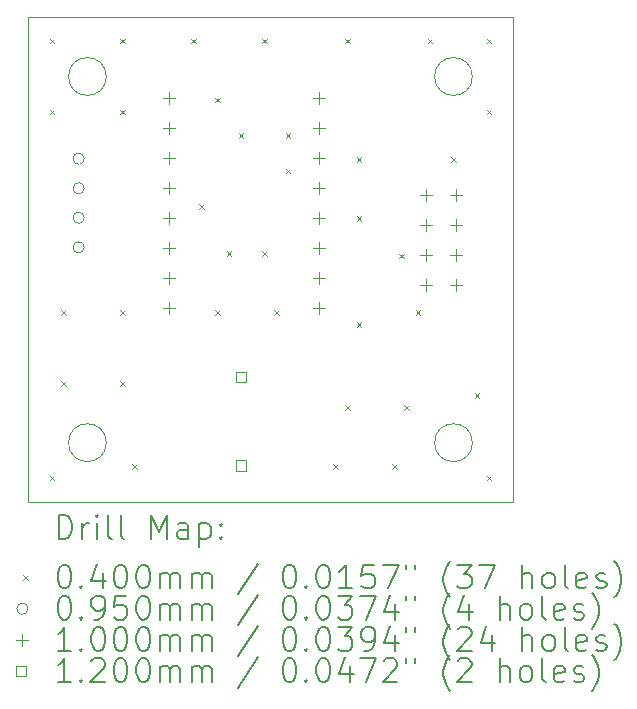
<source format=gbr>
%TF.GenerationSoftware,KiCad,Pcbnew,8.0.8*%
%TF.CreationDate,2025-02-17T18:22:21+00:00*%
%TF.ProjectId,tmc2208-adapter,746d6332-3230-4382-9d61-646170746572,rev?*%
%TF.SameCoordinates,Original*%
%TF.FileFunction,Drillmap*%
%TF.FilePolarity,Positive*%
%FSLAX45Y45*%
G04 Gerber Fmt 4.5, Leading zero omitted, Abs format (unit mm)*
G04 Created by KiCad (PCBNEW 8.0.8) date 2025-02-17 18:22:21*
%MOMM*%
%LPD*%
G01*
G04 APERTURE LIST*
%ADD10C,0.050000*%
%ADD11C,0.200000*%
%ADD12C,0.100000*%
%ADD13C,0.120000*%
G04 APERTURE END LIST*
D10*
X23260000Y-11100000D02*
G75*
G02*
X22940000Y-11100000I-160000J0D01*
G01*
X22940000Y-11100000D02*
G75*
G02*
X23260000Y-11100000I160000J0D01*
G01*
X20160000Y-11100000D02*
G75*
G02*
X19840000Y-11100000I-160000J0D01*
G01*
X19840000Y-11100000D02*
G75*
G02*
X20160000Y-11100000I160000J0D01*
G01*
X20160000Y-8000000D02*
G75*
G02*
X19840000Y-8000000I-160000J0D01*
G01*
X19840000Y-8000000D02*
G75*
G02*
X20160000Y-8000000I160000J0D01*
G01*
X23260000Y-8000000D02*
G75*
G02*
X22940000Y-8000000I-160000J0D01*
G01*
X22940000Y-8000000D02*
G75*
G02*
X23260000Y-8000000I160000J0D01*
G01*
X19500000Y-11600000D02*
X19500000Y-7500000D01*
X23600000Y-11600000D02*
X19500000Y-11600000D01*
X23600000Y-7500000D02*
X23600000Y-11600000D01*
X19500000Y-7500000D02*
X23600000Y-7500000D01*
D11*
D12*
X19680000Y-7680000D02*
X19720000Y-7720000D01*
X19720000Y-7680000D02*
X19680000Y-7720000D01*
X19680000Y-8280000D02*
X19720000Y-8320000D01*
X19720000Y-8280000D02*
X19680000Y-8320000D01*
X19680000Y-11380000D02*
X19720000Y-11420000D01*
X19720000Y-11380000D02*
X19680000Y-11420000D01*
X19780000Y-9980000D02*
X19820000Y-10020000D01*
X19820000Y-9980000D02*
X19780000Y-10020000D01*
X19780000Y-10580000D02*
X19820000Y-10620000D01*
X19820000Y-10580000D02*
X19780000Y-10620000D01*
X20280000Y-7680000D02*
X20320000Y-7720000D01*
X20320000Y-7680000D02*
X20280000Y-7720000D01*
X20280000Y-8280000D02*
X20320000Y-8320000D01*
X20320000Y-8280000D02*
X20280000Y-8320000D01*
X20280000Y-9980000D02*
X20320000Y-10020000D01*
X20320000Y-9980000D02*
X20280000Y-10020000D01*
X20280000Y-10580000D02*
X20320000Y-10620000D01*
X20320000Y-10580000D02*
X20280000Y-10620000D01*
X20380000Y-11280000D02*
X20420000Y-11320000D01*
X20420000Y-11280000D02*
X20380000Y-11320000D01*
X20880000Y-7680000D02*
X20920000Y-7720000D01*
X20920000Y-7680000D02*
X20880000Y-7720000D01*
X20947400Y-9078400D02*
X20987400Y-9118400D01*
X20987400Y-9078400D02*
X20947400Y-9118400D01*
X21080000Y-8180000D02*
X21120000Y-8220000D01*
X21120000Y-8180000D02*
X21080000Y-8220000D01*
X21080000Y-9980000D02*
X21120000Y-10020000D01*
X21120000Y-9980000D02*
X21080000Y-10020000D01*
X21180000Y-9480000D02*
X21220000Y-9520000D01*
X21220000Y-9480000D02*
X21180000Y-9520000D01*
X21280000Y-8480000D02*
X21320000Y-8520000D01*
X21320000Y-8480000D02*
X21280000Y-8520000D01*
X21480000Y-7680000D02*
X21520000Y-7720000D01*
X21520000Y-7680000D02*
X21480000Y-7720000D01*
X21480000Y-9480000D02*
X21520000Y-9520000D01*
X21520000Y-9480000D02*
X21480000Y-9520000D01*
X21580000Y-9980000D02*
X21620000Y-10020000D01*
X21620000Y-9980000D02*
X21580000Y-10020000D01*
X21680000Y-8480000D02*
X21720000Y-8520000D01*
X21720000Y-8480000D02*
X21680000Y-8520000D01*
X21680000Y-8780000D02*
X21720000Y-8820000D01*
X21720000Y-8780000D02*
X21680000Y-8820000D01*
X22080000Y-11280000D02*
X22120000Y-11320000D01*
X22120000Y-11280000D02*
X22080000Y-11320000D01*
X22180000Y-7680000D02*
X22220000Y-7720000D01*
X22220000Y-7680000D02*
X22180000Y-7720000D01*
X22180000Y-10780000D02*
X22220000Y-10820000D01*
X22220000Y-10780000D02*
X22180000Y-10820000D01*
X22280000Y-8680000D02*
X22320000Y-8720000D01*
X22320000Y-8680000D02*
X22280000Y-8720000D01*
X22280000Y-9180000D02*
X22320000Y-9220000D01*
X22320000Y-9180000D02*
X22280000Y-9220000D01*
X22280000Y-10080000D02*
X22320000Y-10120000D01*
X22320000Y-10080000D02*
X22280000Y-10120000D01*
X22580000Y-11280000D02*
X22620000Y-11320000D01*
X22620000Y-11280000D02*
X22580000Y-11320000D01*
X22642300Y-9499300D02*
X22682300Y-9539300D01*
X22682300Y-9499300D02*
X22642300Y-9539300D01*
X22680000Y-10780000D02*
X22720000Y-10820000D01*
X22720000Y-10780000D02*
X22680000Y-10820000D01*
X22780000Y-9980000D02*
X22820000Y-10020000D01*
X22820000Y-9980000D02*
X22780000Y-10020000D01*
X22880000Y-7680000D02*
X22920000Y-7720000D01*
X22920000Y-7680000D02*
X22880000Y-7720000D01*
X23080000Y-8680000D02*
X23120000Y-8720000D01*
X23120000Y-8680000D02*
X23080000Y-8720000D01*
X23280000Y-10680000D02*
X23320000Y-10720000D01*
X23320000Y-10680000D02*
X23280000Y-10720000D01*
X23380000Y-7680000D02*
X23420000Y-7720000D01*
X23420000Y-7680000D02*
X23380000Y-7720000D01*
X23380000Y-8280000D02*
X23420000Y-8320000D01*
X23420000Y-8280000D02*
X23380000Y-8320000D01*
X23380000Y-11380000D02*
X23420000Y-11420000D01*
X23420000Y-11380000D02*
X23380000Y-11420000D01*
X19973500Y-8696000D02*
G75*
G02*
X19878500Y-8696000I-47500J0D01*
G01*
X19878500Y-8696000D02*
G75*
G02*
X19973500Y-8696000I47500J0D01*
G01*
X19973500Y-8946000D02*
G75*
G02*
X19878500Y-8946000I-47500J0D01*
G01*
X19878500Y-8946000D02*
G75*
G02*
X19973500Y-8946000I47500J0D01*
G01*
X19973500Y-9196000D02*
G75*
G02*
X19878500Y-9196000I-47500J0D01*
G01*
X19878500Y-9196000D02*
G75*
G02*
X19973500Y-9196000I47500J0D01*
G01*
X19973500Y-9446000D02*
G75*
G02*
X19878500Y-9446000I-47500J0D01*
G01*
X19878500Y-9446000D02*
G75*
G02*
X19973500Y-9446000I47500J0D01*
G01*
X20688000Y-8134000D02*
X20688000Y-8234000D01*
X20638000Y-8184000D02*
X20738000Y-8184000D01*
X20688000Y-8388000D02*
X20688000Y-8488000D01*
X20638000Y-8438000D02*
X20738000Y-8438000D01*
X20688000Y-8642000D02*
X20688000Y-8742000D01*
X20638000Y-8692000D02*
X20738000Y-8692000D01*
X20688000Y-8896000D02*
X20688000Y-8996000D01*
X20638000Y-8946000D02*
X20738000Y-8946000D01*
X20688000Y-9150000D02*
X20688000Y-9250000D01*
X20638000Y-9200000D02*
X20738000Y-9200000D01*
X20688000Y-9404000D02*
X20688000Y-9504000D01*
X20638000Y-9454000D02*
X20738000Y-9454000D01*
X20688000Y-9658000D02*
X20688000Y-9758000D01*
X20638000Y-9708000D02*
X20738000Y-9708000D01*
X20688000Y-9912000D02*
X20688000Y-10012000D01*
X20638000Y-9962000D02*
X20738000Y-9962000D01*
X21958000Y-8134000D02*
X21958000Y-8234000D01*
X21908000Y-8184000D02*
X22008000Y-8184000D01*
X21958000Y-8388000D02*
X21958000Y-8488000D01*
X21908000Y-8438000D02*
X22008000Y-8438000D01*
X21958000Y-8642000D02*
X21958000Y-8742000D01*
X21908000Y-8692000D02*
X22008000Y-8692000D01*
X21958000Y-8896000D02*
X21958000Y-8996000D01*
X21908000Y-8946000D02*
X22008000Y-8946000D01*
X21958000Y-9150000D02*
X21958000Y-9250000D01*
X21908000Y-9200000D02*
X22008000Y-9200000D01*
X21958000Y-9404000D02*
X21958000Y-9504000D01*
X21908000Y-9454000D02*
X22008000Y-9454000D01*
X21958000Y-9658000D02*
X21958000Y-9758000D01*
X21908000Y-9708000D02*
X22008000Y-9708000D01*
X21958000Y-9912000D02*
X21958000Y-10012000D01*
X21908000Y-9962000D02*
X22008000Y-9962000D01*
X22869000Y-8954800D02*
X22869000Y-9054800D01*
X22819000Y-9004800D02*
X22919000Y-9004800D01*
X22869000Y-9208800D02*
X22869000Y-9308800D01*
X22819000Y-9258800D02*
X22919000Y-9258800D01*
X22869000Y-9462800D02*
X22869000Y-9562800D01*
X22819000Y-9512800D02*
X22919000Y-9512800D01*
X22869000Y-9716800D02*
X22869000Y-9816800D01*
X22819000Y-9766800D02*
X22919000Y-9766800D01*
X23123000Y-8954800D02*
X23123000Y-9054800D01*
X23073000Y-9004800D02*
X23173000Y-9004800D01*
X23123000Y-9208800D02*
X23123000Y-9308800D01*
X23073000Y-9258800D02*
X23173000Y-9258800D01*
X23123000Y-9462800D02*
X23123000Y-9562800D01*
X23073000Y-9512800D02*
X23173000Y-9512800D01*
X23123000Y-9716800D02*
X23123000Y-9816800D01*
X23073000Y-9766800D02*
X23173000Y-9766800D01*
D13*
X21342427Y-10585905D02*
X21342427Y-10501052D01*
X21257573Y-10501052D01*
X21257573Y-10585905D01*
X21342427Y-10585905D01*
X21342427Y-11335905D02*
X21342427Y-11251052D01*
X21257573Y-11251052D01*
X21257573Y-11335905D01*
X21342427Y-11335905D01*
D11*
X19758277Y-11913984D02*
X19758277Y-11713984D01*
X19758277Y-11713984D02*
X19805896Y-11713984D01*
X19805896Y-11713984D02*
X19834467Y-11723508D01*
X19834467Y-11723508D02*
X19853515Y-11742555D01*
X19853515Y-11742555D02*
X19863039Y-11761603D01*
X19863039Y-11761603D02*
X19872563Y-11799698D01*
X19872563Y-11799698D02*
X19872563Y-11828269D01*
X19872563Y-11828269D02*
X19863039Y-11866365D01*
X19863039Y-11866365D02*
X19853515Y-11885412D01*
X19853515Y-11885412D02*
X19834467Y-11904460D01*
X19834467Y-11904460D02*
X19805896Y-11913984D01*
X19805896Y-11913984D02*
X19758277Y-11913984D01*
X19958277Y-11913984D02*
X19958277Y-11780650D01*
X19958277Y-11818746D02*
X19967801Y-11799698D01*
X19967801Y-11799698D02*
X19977324Y-11790174D01*
X19977324Y-11790174D02*
X19996372Y-11780650D01*
X19996372Y-11780650D02*
X20015420Y-11780650D01*
X20082086Y-11913984D02*
X20082086Y-11780650D01*
X20082086Y-11713984D02*
X20072563Y-11723508D01*
X20072563Y-11723508D02*
X20082086Y-11733031D01*
X20082086Y-11733031D02*
X20091610Y-11723508D01*
X20091610Y-11723508D02*
X20082086Y-11713984D01*
X20082086Y-11713984D02*
X20082086Y-11733031D01*
X20205896Y-11913984D02*
X20186848Y-11904460D01*
X20186848Y-11904460D02*
X20177324Y-11885412D01*
X20177324Y-11885412D02*
X20177324Y-11713984D01*
X20310658Y-11913984D02*
X20291610Y-11904460D01*
X20291610Y-11904460D02*
X20282086Y-11885412D01*
X20282086Y-11885412D02*
X20282086Y-11713984D01*
X20539229Y-11913984D02*
X20539229Y-11713984D01*
X20539229Y-11713984D02*
X20605896Y-11856841D01*
X20605896Y-11856841D02*
X20672563Y-11713984D01*
X20672563Y-11713984D02*
X20672563Y-11913984D01*
X20853515Y-11913984D02*
X20853515Y-11809222D01*
X20853515Y-11809222D02*
X20843991Y-11790174D01*
X20843991Y-11790174D02*
X20824944Y-11780650D01*
X20824944Y-11780650D02*
X20786848Y-11780650D01*
X20786848Y-11780650D02*
X20767801Y-11790174D01*
X20853515Y-11904460D02*
X20834467Y-11913984D01*
X20834467Y-11913984D02*
X20786848Y-11913984D01*
X20786848Y-11913984D02*
X20767801Y-11904460D01*
X20767801Y-11904460D02*
X20758277Y-11885412D01*
X20758277Y-11885412D02*
X20758277Y-11866365D01*
X20758277Y-11866365D02*
X20767801Y-11847317D01*
X20767801Y-11847317D02*
X20786848Y-11837793D01*
X20786848Y-11837793D02*
X20834467Y-11837793D01*
X20834467Y-11837793D02*
X20853515Y-11828269D01*
X20948753Y-11780650D02*
X20948753Y-11980650D01*
X20948753Y-11790174D02*
X20967801Y-11780650D01*
X20967801Y-11780650D02*
X21005896Y-11780650D01*
X21005896Y-11780650D02*
X21024944Y-11790174D01*
X21024944Y-11790174D02*
X21034467Y-11799698D01*
X21034467Y-11799698D02*
X21043991Y-11818746D01*
X21043991Y-11818746D02*
X21043991Y-11875888D01*
X21043991Y-11875888D02*
X21034467Y-11894936D01*
X21034467Y-11894936D02*
X21024944Y-11904460D01*
X21024944Y-11904460D02*
X21005896Y-11913984D01*
X21005896Y-11913984D02*
X20967801Y-11913984D01*
X20967801Y-11913984D02*
X20948753Y-11904460D01*
X21129705Y-11894936D02*
X21139229Y-11904460D01*
X21139229Y-11904460D02*
X21129705Y-11913984D01*
X21129705Y-11913984D02*
X21120182Y-11904460D01*
X21120182Y-11904460D02*
X21129705Y-11894936D01*
X21129705Y-11894936D02*
X21129705Y-11913984D01*
X21129705Y-11790174D02*
X21139229Y-11799698D01*
X21139229Y-11799698D02*
X21129705Y-11809222D01*
X21129705Y-11809222D02*
X21120182Y-11799698D01*
X21120182Y-11799698D02*
X21129705Y-11790174D01*
X21129705Y-11790174D02*
X21129705Y-11809222D01*
D12*
X19457500Y-12222500D02*
X19497500Y-12262500D01*
X19497500Y-12222500D02*
X19457500Y-12262500D01*
D11*
X19796372Y-12133984D02*
X19815420Y-12133984D01*
X19815420Y-12133984D02*
X19834467Y-12143508D01*
X19834467Y-12143508D02*
X19843991Y-12153031D01*
X19843991Y-12153031D02*
X19853515Y-12172079D01*
X19853515Y-12172079D02*
X19863039Y-12210174D01*
X19863039Y-12210174D02*
X19863039Y-12257793D01*
X19863039Y-12257793D02*
X19853515Y-12295888D01*
X19853515Y-12295888D02*
X19843991Y-12314936D01*
X19843991Y-12314936D02*
X19834467Y-12324460D01*
X19834467Y-12324460D02*
X19815420Y-12333984D01*
X19815420Y-12333984D02*
X19796372Y-12333984D01*
X19796372Y-12333984D02*
X19777324Y-12324460D01*
X19777324Y-12324460D02*
X19767801Y-12314936D01*
X19767801Y-12314936D02*
X19758277Y-12295888D01*
X19758277Y-12295888D02*
X19748753Y-12257793D01*
X19748753Y-12257793D02*
X19748753Y-12210174D01*
X19748753Y-12210174D02*
X19758277Y-12172079D01*
X19758277Y-12172079D02*
X19767801Y-12153031D01*
X19767801Y-12153031D02*
X19777324Y-12143508D01*
X19777324Y-12143508D02*
X19796372Y-12133984D01*
X19948753Y-12314936D02*
X19958277Y-12324460D01*
X19958277Y-12324460D02*
X19948753Y-12333984D01*
X19948753Y-12333984D02*
X19939229Y-12324460D01*
X19939229Y-12324460D02*
X19948753Y-12314936D01*
X19948753Y-12314936D02*
X19948753Y-12333984D01*
X20129705Y-12200650D02*
X20129705Y-12333984D01*
X20082086Y-12124460D02*
X20034467Y-12267317D01*
X20034467Y-12267317D02*
X20158277Y-12267317D01*
X20272563Y-12133984D02*
X20291610Y-12133984D01*
X20291610Y-12133984D02*
X20310658Y-12143508D01*
X20310658Y-12143508D02*
X20320182Y-12153031D01*
X20320182Y-12153031D02*
X20329705Y-12172079D01*
X20329705Y-12172079D02*
X20339229Y-12210174D01*
X20339229Y-12210174D02*
X20339229Y-12257793D01*
X20339229Y-12257793D02*
X20329705Y-12295888D01*
X20329705Y-12295888D02*
X20320182Y-12314936D01*
X20320182Y-12314936D02*
X20310658Y-12324460D01*
X20310658Y-12324460D02*
X20291610Y-12333984D01*
X20291610Y-12333984D02*
X20272563Y-12333984D01*
X20272563Y-12333984D02*
X20253515Y-12324460D01*
X20253515Y-12324460D02*
X20243991Y-12314936D01*
X20243991Y-12314936D02*
X20234467Y-12295888D01*
X20234467Y-12295888D02*
X20224944Y-12257793D01*
X20224944Y-12257793D02*
X20224944Y-12210174D01*
X20224944Y-12210174D02*
X20234467Y-12172079D01*
X20234467Y-12172079D02*
X20243991Y-12153031D01*
X20243991Y-12153031D02*
X20253515Y-12143508D01*
X20253515Y-12143508D02*
X20272563Y-12133984D01*
X20463039Y-12133984D02*
X20482086Y-12133984D01*
X20482086Y-12133984D02*
X20501134Y-12143508D01*
X20501134Y-12143508D02*
X20510658Y-12153031D01*
X20510658Y-12153031D02*
X20520182Y-12172079D01*
X20520182Y-12172079D02*
X20529705Y-12210174D01*
X20529705Y-12210174D02*
X20529705Y-12257793D01*
X20529705Y-12257793D02*
X20520182Y-12295888D01*
X20520182Y-12295888D02*
X20510658Y-12314936D01*
X20510658Y-12314936D02*
X20501134Y-12324460D01*
X20501134Y-12324460D02*
X20482086Y-12333984D01*
X20482086Y-12333984D02*
X20463039Y-12333984D01*
X20463039Y-12333984D02*
X20443991Y-12324460D01*
X20443991Y-12324460D02*
X20434467Y-12314936D01*
X20434467Y-12314936D02*
X20424944Y-12295888D01*
X20424944Y-12295888D02*
X20415420Y-12257793D01*
X20415420Y-12257793D02*
X20415420Y-12210174D01*
X20415420Y-12210174D02*
X20424944Y-12172079D01*
X20424944Y-12172079D02*
X20434467Y-12153031D01*
X20434467Y-12153031D02*
X20443991Y-12143508D01*
X20443991Y-12143508D02*
X20463039Y-12133984D01*
X20615420Y-12333984D02*
X20615420Y-12200650D01*
X20615420Y-12219698D02*
X20624944Y-12210174D01*
X20624944Y-12210174D02*
X20643991Y-12200650D01*
X20643991Y-12200650D02*
X20672563Y-12200650D01*
X20672563Y-12200650D02*
X20691610Y-12210174D01*
X20691610Y-12210174D02*
X20701134Y-12229222D01*
X20701134Y-12229222D02*
X20701134Y-12333984D01*
X20701134Y-12229222D02*
X20710658Y-12210174D01*
X20710658Y-12210174D02*
X20729705Y-12200650D01*
X20729705Y-12200650D02*
X20758277Y-12200650D01*
X20758277Y-12200650D02*
X20777325Y-12210174D01*
X20777325Y-12210174D02*
X20786848Y-12229222D01*
X20786848Y-12229222D02*
X20786848Y-12333984D01*
X20882086Y-12333984D02*
X20882086Y-12200650D01*
X20882086Y-12219698D02*
X20891610Y-12210174D01*
X20891610Y-12210174D02*
X20910658Y-12200650D01*
X20910658Y-12200650D02*
X20939229Y-12200650D01*
X20939229Y-12200650D02*
X20958277Y-12210174D01*
X20958277Y-12210174D02*
X20967801Y-12229222D01*
X20967801Y-12229222D02*
X20967801Y-12333984D01*
X20967801Y-12229222D02*
X20977325Y-12210174D01*
X20977325Y-12210174D02*
X20996372Y-12200650D01*
X20996372Y-12200650D02*
X21024944Y-12200650D01*
X21024944Y-12200650D02*
X21043991Y-12210174D01*
X21043991Y-12210174D02*
X21053515Y-12229222D01*
X21053515Y-12229222D02*
X21053515Y-12333984D01*
X21443991Y-12124460D02*
X21272563Y-12381603D01*
X21701134Y-12133984D02*
X21720182Y-12133984D01*
X21720182Y-12133984D02*
X21739229Y-12143508D01*
X21739229Y-12143508D02*
X21748753Y-12153031D01*
X21748753Y-12153031D02*
X21758277Y-12172079D01*
X21758277Y-12172079D02*
X21767801Y-12210174D01*
X21767801Y-12210174D02*
X21767801Y-12257793D01*
X21767801Y-12257793D02*
X21758277Y-12295888D01*
X21758277Y-12295888D02*
X21748753Y-12314936D01*
X21748753Y-12314936D02*
X21739229Y-12324460D01*
X21739229Y-12324460D02*
X21720182Y-12333984D01*
X21720182Y-12333984D02*
X21701134Y-12333984D01*
X21701134Y-12333984D02*
X21682087Y-12324460D01*
X21682087Y-12324460D02*
X21672563Y-12314936D01*
X21672563Y-12314936D02*
X21663039Y-12295888D01*
X21663039Y-12295888D02*
X21653515Y-12257793D01*
X21653515Y-12257793D02*
X21653515Y-12210174D01*
X21653515Y-12210174D02*
X21663039Y-12172079D01*
X21663039Y-12172079D02*
X21672563Y-12153031D01*
X21672563Y-12153031D02*
X21682087Y-12143508D01*
X21682087Y-12143508D02*
X21701134Y-12133984D01*
X21853515Y-12314936D02*
X21863039Y-12324460D01*
X21863039Y-12324460D02*
X21853515Y-12333984D01*
X21853515Y-12333984D02*
X21843991Y-12324460D01*
X21843991Y-12324460D02*
X21853515Y-12314936D01*
X21853515Y-12314936D02*
X21853515Y-12333984D01*
X21986848Y-12133984D02*
X22005896Y-12133984D01*
X22005896Y-12133984D02*
X22024944Y-12143508D01*
X22024944Y-12143508D02*
X22034468Y-12153031D01*
X22034468Y-12153031D02*
X22043991Y-12172079D01*
X22043991Y-12172079D02*
X22053515Y-12210174D01*
X22053515Y-12210174D02*
X22053515Y-12257793D01*
X22053515Y-12257793D02*
X22043991Y-12295888D01*
X22043991Y-12295888D02*
X22034468Y-12314936D01*
X22034468Y-12314936D02*
X22024944Y-12324460D01*
X22024944Y-12324460D02*
X22005896Y-12333984D01*
X22005896Y-12333984D02*
X21986848Y-12333984D01*
X21986848Y-12333984D02*
X21967801Y-12324460D01*
X21967801Y-12324460D02*
X21958277Y-12314936D01*
X21958277Y-12314936D02*
X21948753Y-12295888D01*
X21948753Y-12295888D02*
X21939229Y-12257793D01*
X21939229Y-12257793D02*
X21939229Y-12210174D01*
X21939229Y-12210174D02*
X21948753Y-12172079D01*
X21948753Y-12172079D02*
X21958277Y-12153031D01*
X21958277Y-12153031D02*
X21967801Y-12143508D01*
X21967801Y-12143508D02*
X21986848Y-12133984D01*
X22243991Y-12333984D02*
X22129706Y-12333984D01*
X22186848Y-12333984D02*
X22186848Y-12133984D01*
X22186848Y-12133984D02*
X22167801Y-12162555D01*
X22167801Y-12162555D02*
X22148753Y-12181603D01*
X22148753Y-12181603D02*
X22129706Y-12191127D01*
X22424944Y-12133984D02*
X22329706Y-12133984D01*
X22329706Y-12133984D02*
X22320182Y-12229222D01*
X22320182Y-12229222D02*
X22329706Y-12219698D01*
X22329706Y-12219698D02*
X22348753Y-12210174D01*
X22348753Y-12210174D02*
X22396372Y-12210174D01*
X22396372Y-12210174D02*
X22415420Y-12219698D01*
X22415420Y-12219698D02*
X22424944Y-12229222D01*
X22424944Y-12229222D02*
X22434467Y-12248269D01*
X22434467Y-12248269D02*
X22434467Y-12295888D01*
X22434467Y-12295888D02*
X22424944Y-12314936D01*
X22424944Y-12314936D02*
X22415420Y-12324460D01*
X22415420Y-12324460D02*
X22396372Y-12333984D01*
X22396372Y-12333984D02*
X22348753Y-12333984D01*
X22348753Y-12333984D02*
X22329706Y-12324460D01*
X22329706Y-12324460D02*
X22320182Y-12314936D01*
X22501134Y-12133984D02*
X22634467Y-12133984D01*
X22634467Y-12133984D02*
X22548753Y-12333984D01*
X22701134Y-12133984D02*
X22701134Y-12172079D01*
X22777325Y-12133984D02*
X22777325Y-12172079D01*
X23072563Y-12410174D02*
X23063039Y-12400650D01*
X23063039Y-12400650D02*
X23043991Y-12372079D01*
X23043991Y-12372079D02*
X23034468Y-12353031D01*
X23034468Y-12353031D02*
X23024944Y-12324460D01*
X23024944Y-12324460D02*
X23015420Y-12276841D01*
X23015420Y-12276841D02*
X23015420Y-12238746D01*
X23015420Y-12238746D02*
X23024944Y-12191127D01*
X23024944Y-12191127D02*
X23034468Y-12162555D01*
X23034468Y-12162555D02*
X23043991Y-12143508D01*
X23043991Y-12143508D02*
X23063039Y-12114936D01*
X23063039Y-12114936D02*
X23072563Y-12105412D01*
X23129706Y-12133984D02*
X23253515Y-12133984D01*
X23253515Y-12133984D02*
X23186848Y-12210174D01*
X23186848Y-12210174D02*
X23215420Y-12210174D01*
X23215420Y-12210174D02*
X23234468Y-12219698D01*
X23234468Y-12219698D02*
X23243991Y-12229222D01*
X23243991Y-12229222D02*
X23253515Y-12248269D01*
X23253515Y-12248269D02*
X23253515Y-12295888D01*
X23253515Y-12295888D02*
X23243991Y-12314936D01*
X23243991Y-12314936D02*
X23234468Y-12324460D01*
X23234468Y-12324460D02*
X23215420Y-12333984D01*
X23215420Y-12333984D02*
X23158277Y-12333984D01*
X23158277Y-12333984D02*
X23139229Y-12324460D01*
X23139229Y-12324460D02*
X23129706Y-12314936D01*
X23320182Y-12133984D02*
X23453515Y-12133984D01*
X23453515Y-12133984D02*
X23367801Y-12333984D01*
X23682087Y-12333984D02*
X23682087Y-12133984D01*
X23767801Y-12333984D02*
X23767801Y-12229222D01*
X23767801Y-12229222D02*
X23758277Y-12210174D01*
X23758277Y-12210174D02*
X23739230Y-12200650D01*
X23739230Y-12200650D02*
X23710658Y-12200650D01*
X23710658Y-12200650D02*
X23691610Y-12210174D01*
X23691610Y-12210174D02*
X23682087Y-12219698D01*
X23891610Y-12333984D02*
X23872563Y-12324460D01*
X23872563Y-12324460D02*
X23863039Y-12314936D01*
X23863039Y-12314936D02*
X23853515Y-12295888D01*
X23853515Y-12295888D02*
X23853515Y-12238746D01*
X23853515Y-12238746D02*
X23863039Y-12219698D01*
X23863039Y-12219698D02*
X23872563Y-12210174D01*
X23872563Y-12210174D02*
X23891610Y-12200650D01*
X23891610Y-12200650D02*
X23920182Y-12200650D01*
X23920182Y-12200650D02*
X23939230Y-12210174D01*
X23939230Y-12210174D02*
X23948753Y-12219698D01*
X23948753Y-12219698D02*
X23958277Y-12238746D01*
X23958277Y-12238746D02*
X23958277Y-12295888D01*
X23958277Y-12295888D02*
X23948753Y-12314936D01*
X23948753Y-12314936D02*
X23939230Y-12324460D01*
X23939230Y-12324460D02*
X23920182Y-12333984D01*
X23920182Y-12333984D02*
X23891610Y-12333984D01*
X24072563Y-12333984D02*
X24053515Y-12324460D01*
X24053515Y-12324460D02*
X24043991Y-12305412D01*
X24043991Y-12305412D02*
X24043991Y-12133984D01*
X24224944Y-12324460D02*
X24205896Y-12333984D01*
X24205896Y-12333984D02*
X24167801Y-12333984D01*
X24167801Y-12333984D02*
X24148753Y-12324460D01*
X24148753Y-12324460D02*
X24139230Y-12305412D01*
X24139230Y-12305412D02*
X24139230Y-12229222D01*
X24139230Y-12229222D02*
X24148753Y-12210174D01*
X24148753Y-12210174D02*
X24167801Y-12200650D01*
X24167801Y-12200650D02*
X24205896Y-12200650D01*
X24205896Y-12200650D02*
X24224944Y-12210174D01*
X24224944Y-12210174D02*
X24234468Y-12229222D01*
X24234468Y-12229222D02*
X24234468Y-12248269D01*
X24234468Y-12248269D02*
X24139230Y-12267317D01*
X24310658Y-12324460D02*
X24329706Y-12333984D01*
X24329706Y-12333984D02*
X24367801Y-12333984D01*
X24367801Y-12333984D02*
X24386849Y-12324460D01*
X24386849Y-12324460D02*
X24396372Y-12305412D01*
X24396372Y-12305412D02*
X24396372Y-12295888D01*
X24396372Y-12295888D02*
X24386849Y-12276841D01*
X24386849Y-12276841D02*
X24367801Y-12267317D01*
X24367801Y-12267317D02*
X24339230Y-12267317D01*
X24339230Y-12267317D02*
X24320182Y-12257793D01*
X24320182Y-12257793D02*
X24310658Y-12238746D01*
X24310658Y-12238746D02*
X24310658Y-12229222D01*
X24310658Y-12229222D02*
X24320182Y-12210174D01*
X24320182Y-12210174D02*
X24339230Y-12200650D01*
X24339230Y-12200650D02*
X24367801Y-12200650D01*
X24367801Y-12200650D02*
X24386849Y-12210174D01*
X24463039Y-12410174D02*
X24472563Y-12400650D01*
X24472563Y-12400650D02*
X24491611Y-12372079D01*
X24491611Y-12372079D02*
X24501134Y-12353031D01*
X24501134Y-12353031D02*
X24510658Y-12324460D01*
X24510658Y-12324460D02*
X24520182Y-12276841D01*
X24520182Y-12276841D02*
X24520182Y-12238746D01*
X24520182Y-12238746D02*
X24510658Y-12191127D01*
X24510658Y-12191127D02*
X24501134Y-12162555D01*
X24501134Y-12162555D02*
X24491611Y-12143508D01*
X24491611Y-12143508D02*
X24472563Y-12114936D01*
X24472563Y-12114936D02*
X24463039Y-12105412D01*
D12*
X19497500Y-12506500D02*
G75*
G02*
X19402500Y-12506500I-47500J0D01*
G01*
X19402500Y-12506500D02*
G75*
G02*
X19497500Y-12506500I47500J0D01*
G01*
D11*
X19796372Y-12397984D02*
X19815420Y-12397984D01*
X19815420Y-12397984D02*
X19834467Y-12407508D01*
X19834467Y-12407508D02*
X19843991Y-12417031D01*
X19843991Y-12417031D02*
X19853515Y-12436079D01*
X19853515Y-12436079D02*
X19863039Y-12474174D01*
X19863039Y-12474174D02*
X19863039Y-12521793D01*
X19863039Y-12521793D02*
X19853515Y-12559888D01*
X19853515Y-12559888D02*
X19843991Y-12578936D01*
X19843991Y-12578936D02*
X19834467Y-12588460D01*
X19834467Y-12588460D02*
X19815420Y-12597984D01*
X19815420Y-12597984D02*
X19796372Y-12597984D01*
X19796372Y-12597984D02*
X19777324Y-12588460D01*
X19777324Y-12588460D02*
X19767801Y-12578936D01*
X19767801Y-12578936D02*
X19758277Y-12559888D01*
X19758277Y-12559888D02*
X19748753Y-12521793D01*
X19748753Y-12521793D02*
X19748753Y-12474174D01*
X19748753Y-12474174D02*
X19758277Y-12436079D01*
X19758277Y-12436079D02*
X19767801Y-12417031D01*
X19767801Y-12417031D02*
X19777324Y-12407508D01*
X19777324Y-12407508D02*
X19796372Y-12397984D01*
X19948753Y-12578936D02*
X19958277Y-12588460D01*
X19958277Y-12588460D02*
X19948753Y-12597984D01*
X19948753Y-12597984D02*
X19939229Y-12588460D01*
X19939229Y-12588460D02*
X19948753Y-12578936D01*
X19948753Y-12578936D02*
X19948753Y-12597984D01*
X20053515Y-12597984D02*
X20091610Y-12597984D01*
X20091610Y-12597984D02*
X20110658Y-12588460D01*
X20110658Y-12588460D02*
X20120182Y-12578936D01*
X20120182Y-12578936D02*
X20139229Y-12550365D01*
X20139229Y-12550365D02*
X20148753Y-12512269D01*
X20148753Y-12512269D02*
X20148753Y-12436079D01*
X20148753Y-12436079D02*
X20139229Y-12417031D01*
X20139229Y-12417031D02*
X20129705Y-12407508D01*
X20129705Y-12407508D02*
X20110658Y-12397984D01*
X20110658Y-12397984D02*
X20072563Y-12397984D01*
X20072563Y-12397984D02*
X20053515Y-12407508D01*
X20053515Y-12407508D02*
X20043991Y-12417031D01*
X20043991Y-12417031D02*
X20034467Y-12436079D01*
X20034467Y-12436079D02*
X20034467Y-12483698D01*
X20034467Y-12483698D02*
X20043991Y-12502746D01*
X20043991Y-12502746D02*
X20053515Y-12512269D01*
X20053515Y-12512269D02*
X20072563Y-12521793D01*
X20072563Y-12521793D02*
X20110658Y-12521793D01*
X20110658Y-12521793D02*
X20129705Y-12512269D01*
X20129705Y-12512269D02*
X20139229Y-12502746D01*
X20139229Y-12502746D02*
X20148753Y-12483698D01*
X20329705Y-12397984D02*
X20234467Y-12397984D01*
X20234467Y-12397984D02*
X20224944Y-12493222D01*
X20224944Y-12493222D02*
X20234467Y-12483698D01*
X20234467Y-12483698D02*
X20253515Y-12474174D01*
X20253515Y-12474174D02*
X20301134Y-12474174D01*
X20301134Y-12474174D02*
X20320182Y-12483698D01*
X20320182Y-12483698D02*
X20329705Y-12493222D01*
X20329705Y-12493222D02*
X20339229Y-12512269D01*
X20339229Y-12512269D02*
X20339229Y-12559888D01*
X20339229Y-12559888D02*
X20329705Y-12578936D01*
X20329705Y-12578936D02*
X20320182Y-12588460D01*
X20320182Y-12588460D02*
X20301134Y-12597984D01*
X20301134Y-12597984D02*
X20253515Y-12597984D01*
X20253515Y-12597984D02*
X20234467Y-12588460D01*
X20234467Y-12588460D02*
X20224944Y-12578936D01*
X20463039Y-12397984D02*
X20482086Y-12397984D01*
X20482086Y-12397984D02*
X20501134Y-12407508D01*
X20501134Y-12407508D02*
X20510658Y-12417031D01*
X20510658Y-12417031D02*
X20520182Y-12436079D01*
X20520182Y-12436079D02*
X20529705Y-12474174D01*
X20529705Y-12474174D02*
X20529705Y-12521793D01*
X20529705Y-12521793D02*
X20520182Y-12559888D01*
X20520182Y-12559888D02*
X20510658Y-12578936D01*
X20510658Y-12578936D02*
X20501134Y-12588460D01*
X20501134Y-12588460D02*
X20482086Y-12597984D01*
X20482086Y-12597984D02*
X20463039Y-12597984D01*
X20463039Y-12597984D02*
X20443991Y-12588460D01*
X20443991Y-12588460D02*
X20434467Y-12578936D01*
X20434467Y-12578936D02*
X20424944Y-12559888D01*
X20424944Y-12559888D02*
X20415420Y-12521793D01*
X20415420Y-12521793D02*
X20415420Y-12474174D01*
X20415420Y-12474174D02*
X20424944Y-12436079D01*
X20424944Y-12436079D02*
X20434467Y-12417031D01*
X20434467Y-12417031D02*
X20443991Y-12407508D01*
X20443991Y-12407508D02*
X20463039Y-12397984D01*
X20615420Y-12597984D02*
X20615420Y-12464650D01*
X20615420Y-12483698D02*
X20624944Y-12474174D01*
X20624944Y-12474174D02*
X20643991Y-12464650D01*
X20643991Y-12464650D02*
X20672563Y-12464650D01*
X20672563Y-12464650D02*
X20691610Y-12474174D01*
X20691610Y-12474174D02*
X20701134Y-12493222D01*
X20701134Y-12493222D02*
X20701134Y-12597984D01*
X20701134Y-12493222D02*
X20710658Y-12474174D01*
X20710658Y-12474174D02*
X20729705Y-12464650D01*
X20729705Y-12464650D02*
X20758277Y-12464650D01*
X20758277Y-12464650D02*
X20777325Y-12474174D01*
X20777325Y-12474174D02*
X20786848Y-12493222D01*
X20786848Y-12493222D02*
X20786848Y-12597984D01*
X20882086Y-12597984D02*
X20882086Y-12464650D01*
X20882086Y-12483698D02*
X20891610Y-12474174D01*
X20891610Y-12474174D02*
X20910658Y-12464650D01*
X20910658Y-12464650D02*
X20939229Y-12464650D01*
X20939229Y-12464650D02*
X20958277Y-12474174D01*
X20958277Y-12474174D02*
X20967801Y-12493222D01*
X20967801Y-12493222D02*
X20967801Y-12597984D01*
X20967801Y-12493222D02*
X20977325Y-12474174D01*
X20977325Y-12474174D02*
X20996372Y-12464650D01*
X20996372Y-12464650D02*
X21024944Y-12464650D01*
X21024944Y-12464650D02*
X21043991Y-12474174D01*
X21043991Y-12474174D02*
X21053515Y-12493222D01*
X21053515Y-12493222D02*
X21053515Y-12597984D01*
X21443991Y-12388460D02*
X21272563Y-12645603D01*
X21701134Y-12397984D02*
X21720182Y-12397984D01*
X21720182Y-12397984D02*
X21739229Y-12407508D01*
X21739229Y-12407508D02*
X21748753Y-12417031D01*
X21748753Y-12417031D02*
X21758277Y-12436079D01*
X21758277Y-12436079D02*
X21767801Y-12474174D01*
X21767801Y-12474174D02*
X21767801Y-12521793D01*
X21767801Y-12521793D02*
X21758277Y-12559888D01*
X21758277Y-12559888D02*
X21748753Y-12578936D01*
X21748753Y-12578936D02*
X21739229Y-12588460D01*
X21739229Y-12588460D02*
X21720182Y-12597984D01*
X21720182Y-12597984D02*
X21701134Y-12597984D01*
X21701134Y-12597984D02*
X21682087Y-12588460D01*
X21682087Y-12588460D02*
X21672563Y-12578936D01*
X21672563Y-12578936D02*
X21663039Y-12559888D01*
X21663039Y-12559888D02*
X21653515Y-12521793D01*
X21653515Y-12521793D02*
X21653515Y-12474174D01*
X21653515Y-12474174D02*
X21663039Y-12436079D01*
X21663039Y-12436079D02*
X21672563Y-12417031D01*
X21672563Y-12417031D02*
X21682087Y-12407508D01*
X21682087Y-12407508D02*
X21701134Y-12397984D01*
X21853515Y-12578936D02*
X21863039Y-12588460D01*
X21863039Y-12588460D02*
X21853515Y-12597984D01*
X21853515Y-12597984D02*
X21843991Y-12588460D01*
X21843991Y-12588460D02*
X21853515Y-12578936D01*
X21853515Y-12578936D02*
X21853515Y-12597984D01*
X21986848Y-12397984D02*
X22005896Y-12397984D01*
X22005896Y-12397984D02*
X22024944Y-12407508D01*
X22024944Y-12407508D02*
X22034468Y-12417031D01*
X22034468Y-12417031D02*
X22043991Y-12436079D01*
X22043991Y-12436079D02*
X22053515Y-12474174D01*
X22053515Y-12474174D02*
X22053515Y-12521793D01*
X22053515Y-12521793D02*
X22043991Y-12559888D01*
X22043991Y-12559888D02*
X22034468Y-12578936D01*
X22034468Y-12578936D02*
X22024944Y-12588460D01*
X22024944Y-12588460D02*
X22005896Y-12597984D01*
X22005896Y-12597984D02*
X21986848Y-12597984D01*
X21986848Y-12597984D02*
X21967801Y-12588460D01*
X21967801Y-12588460D02*
X21958277Y-12578936D01*
X21958277Y-12578936D02*
X21948753Y-12559888D01*
X21948753Y-12559888D02*
X21939229Y-12521793D01*
X21939229Y-12521793D02*
X21939229Y-12474174D01*
X21939229Y-12474174D02*
X21948753Y-12436079D01*
X21948753Y-12436079D02*
X21958277Y-12417031D01*
X21958277Y-12417031D02*
X21967801Y-12407508D01*
X21967801Y-12407508D02*
X21986848Y-12397984D01*
X22120182Y-12397984D02*
X22243991Y-12397984D01*
X22243991Y-12397984D02*
X22177325Y-12474174D01*
X22177325Y-12474174D02*
X22205896Y-12474174D01*
X22205896Y-12474174D02*
X22224944Y-12483698D01*
X22224944Y-12483698D02*
X22234468Y-12493222D01*
X22234468Y-12493222D02*
X22243991Y-12512269D01*
X22243991Y-12512269D02*
X22243991Y-12559888D01*
X22243991Y-12559888D02*
X22234468Y-12578936D01*
X22234468Y-12578936D02*
X22224944Y-12588460D01*
X22224944Y-12588460D02*
X22205896Y-12597984D01*
X22205896Y-12597984D02*
X22148753Y-12597984D01*
X22148753Y-12597984D02*
X22129706Y-12588460D01*
X22129706Y-12588460D02*
X22120182Y-12578936D01*
X22310658Y-12397984D02*
X22443991Y-12397984D01*
X22443991Y-12397984D02*
X22358277Y-12597984D01*
X22605896Y-12464650D02*
X22605896Y-12597984D01*
X22558277Y-12388460D02*
X22510658Y-12531317D01*
X22510658Y-12531317D02*
X22634467Y-12531317D01*
X22701134Y-12397984D02*
X22701134Y-12436079D01*
X22777325Y-12397984D02*
X22777325Y-12436079D01*
X23072563Y-12674174D02*
X23063039Y-12664650D01*
X23063039Y-12664650D02*
X23043991Y-12636079D01*
X23043991Y-12636079D02*
X23034468Y-12617031D01*
X23034468Y-12617031D02*
X23024944Y-12588460D01*
X23024944Y-12588460D02*
X23015420Y-12540841D01*
X23015420Y-12540841D02*
X23015420Y-12502746D01*
X23015420Y-12502746D02*
X23024944Y-12455127D01*
X23024944Y-12455127D02*
X23034468Y-12426555D01*
X23034468Y-12426555D02*
X23043991Y-12407508D01*
X23043991Y-12407508D02*
X23063039Y-12378936D01*
X23063039Y-12378936D02*
X23072563Y-12369412D01*
X23234468Y-12464650D02*
X23234468Y-12597984D01*
X23186848Y-12388460D02*
X23139229Y-12531317D01*
X23139229Y-12531317D02*
X23263039Y-12531317D01*
X23491610Y-12597984D02*
X23491610Y-12397984D01*
X23577325Y-12597984D02*
X23577325Y-12493222D01*
X23577325Y-12493222D02*
X23567801Y-12474174D01*
X23567801Y-12474174D02*
X23548753Y-12464650D01*
X23548753Y-12464650D02*
X23520182Y-12464650D01*
X23520182Y-12464650D02*
X23501134Y-12474174D01*
X23501134Y-12474174D02*
X23491610Y-12483698D01*
X23701134Y-12597984D02*
X23682087Y-12588460D01*
X23682087Y-12588460D02*
X23672563Y-12578936D01*
X23672563Y-12578936D02*
X23663039Y-12559888D01*
X23663039Y-12559888D02*
X23663039Y-12502746D01*
X23663039Y-12502746D02*
X23672563Y-12483698D01*
X23672563Y-12483698D02*
X23682087Y-12474174D01*
X23682087Y-12474174D02*
X23701134Y-12464650D01*
X23701134Y-12464650D02*
X23729706Y-12464650D01*
X23729706Y-12464650D02*
X23748753Y-12474174D01*
X23748753Y-12474174D02*
X23758277Y-12483698D01*
X23758277Y-12483698D02*
X23767801Y-12502746D01*
X23767801Y-12502746D02*
X23767801Y-12559888D01*
X23767801Y-12559888D02*
X23758277Y-12578936D01*
X23758277Y-12578936D02*
X23748753Y-12588460D01*
X23748753Y-12588460D02*
X23729706Y-12597984D01*
X23729706Y-12597984D02*
X23701134Y-12597984D01*
X23882087Y-12597984D02*
X23863039Y-12588460D01*
X23863039Y-12588460D02*
X23853515Y-12569412D01*
X23853515Y-12569412D02*
X23853515Y-12397984D01*
X24034468Y-12588460D02*
X24015420Y-12597984D01*
X24015420Y-12597984D02*
X23977325Y-12597984D01*
X23977325Y-12597984D02*
X23958277Y-12588460D01*
X23958277Y-12588460D02*
X23948753Y-12569412D01*
X23948753Y-12569412D02*
X23948753Y-12493222D01*
X23948753Y-12493222D02*
X23958277Y-12474174D01*
X23958277Y-12474174D02*
X23977325Y-12464650D01*
X23977325Y-12464650D02*
X24015420Y-12464650D01*
X24015420Y-12464650D02*
X24034468Y-12474174D01*
X24034468Y-12474174D02*
X24043991Y-12493222D01*
X24043991Y-12493222D02*
X24043991Y-12512269D01*
X24043991Y-12512269D02*
X23948753Y-12531317D01*
X24120182Y-12588460D02*
X24139230Y-12597984D01*
X24139230Y-12597984D02*
X24177325Y-12597984D01*
X24177325Y-12597984D02*
X24196372Y-12588460D01*
X24196372Y-12588460D02*
X24205896Y-12569412D01*
X24205896Y-12569412D02*
X24205896Y-12559888D01*
X24205896Y-12559888D02*
X24196372Y-12540841D01*
X24196372Y-12540841D02*
X24177325Y-12531317D01*
X24177325Y-12531317D02*
X24148753Y-12531317D01*
X24148753Y-12531317D02*
X24129706Y-12521793D01*
X24129706Y-12521793D02*
X24120182Y-12502746D01*
X24120182Y-12502746D02*
X24120182Y-12493222D01*
X24120182Y-12493222D02*
X24129706Y-12474174D01*
X24129706Y-12474174D02*
X24148753Y-12464650D01*
X24148753Y-12464650D02*
X24177325Y-12464650D01*
X24177325Y-12464650D02*
X24196372Y-12474174D01*
X24272563Y-12674174D02*
X24282087Y-12664650D01*
X24282087Y-12664650D02*
X24301134Y-12636079D01*
X24301134Y-12636079D02*
X24310658Y-12617031D01*
X24310658Y-12617031D02*
X24320182Y-12588460D01*
X24320182Y-12588460D02*
X24329706Y-12540841D01*
X24329706Y-12540841D02*
X24329706Y-12502746D01*
X24329706Y-12502746D02*
X24320182Y-12455127D01*
X24320182Y-12455127D02*
X24310658Y-12426555D01*
X24310658Y-12426555D02*
X24301134Y-12407508D01*
X24301134Y-12407508D02*
X24282087Y-12378936D01*
X24282087Y-12378936D02*
X24272563Y-12369412D01*
D12*
X19447500Y-12720500D02*
X19447500Y-12820500D01*
X19397500Y-12770500D02*
X19497500Y-12770500D01*
D11*
X19863039Y-12861984D02*
X19748753Y-12861984D01*
X19805896Y-12861984D02*
X19805896Y-12661984D01*
X19805896Y-12661984D02*
X19786848Y-12690555D01*
X19786848Y-12690555D02*
X19767801Y-12709603D01*
X19767801Y-12709603D02*
X19748753Y-12719127D01*
X19948753Y-12842936D02*
X19958277Y-12852460D01*
X19958277Y-12852460D02*
X19948753Y-12861984D01*
X19948753Y-12861984D02*
X19939229Y-12852460D01*
X19939229Y-12852460D02*
X19948753Y-12842936D01*
X19948753Y-12842936D02*
X19948753Y-12861984D01*
X20082086Y-12661984D02*
X20101134Y-12661984D01*
X20101134Y-12661984D02*
X20120182Y-12671508D01*
X20120182Y-12671508D02*
X20129705Y-12681031D01*
X20129705Y-12681031D02*
X20139229Y-12700079D01*
X20139229Y-12700079D02*
X20148753Y-12738174D01*
X20148753Y-12738174D02*
X20148753Y-12785793D01*
X20148753Y-12785793D02*
X20139229Y-12823888D01*
X20139229Y-12823888D02*
X20129705Y-12842936D01*
X20129705Y-12842936D02*
X20120182Y-12852460D01*
X20120182Y-12852460D02*
X20101134Y-12861984D01*
X20101134Y-12861984D02*
X20082086Y-12861984D01*
X20082086Y-12861984D02*
X20063039Y-12852460D01*
X20063039Y-12852460D02*
X20053515Y-12842936D01*
X20053515Y-12842936D02*
X20043991Y-12823888D01*
X20043991Y-12823888D02*
X20034467Y-12785793D01*
X20034467Y-12785793D02*
X20034467Y-12738174D01*
X20034467Y-12738174D02*
X20043991Y-12700079D01*
X20043991Y-12700079D02*
X20053515Y-12681031D01*
X20053515Y-12681031D02*
X20063039Y-12671508D01*
X20063039Y-12671508D02*
X20082086Y-12661984D01*
X20272563Y-12661984D02*
X20291610Y-12661984D01*
X20291610Y-12661984D02*
X20310658Y-12671508D01*
X20310658Y-12671508D02*
X20320182Y-12681031D01*
X20320182Y-12681031D02*
X20329705Y-12700079D01*
X20329705Y-12700079D02*
X20339229Y-12738174D01*
X20339229Y-12738174D02*
X20339229Y-12785793D01*
X20339229Y-12785793D02*
X20329705Y-12823888D01*
X20329705Y-12823888D02*
X20320182Y-12842936D01*
X20320182Y-12842936D02*
X20310658Y-12852460D01*
X20310658Y-12852460D02*
X20291610Y-12861984D01*
X20291610Y-12861984D02*
X20272563Y-12861984D01*
X20272563Y-12861984D02*
X20253515Y-12852460D01*
X20253515Y-12852460D02*
X20243991Y-12842936D01*
X20243991Y-12842936D02*
X20234467Y-12823888D01*
X20234467Y-12823888D02*
X20224944Y-12785793D01*
X20224944Y-12785793D02*
X20224944Y-12738174D01*
X20224944Y-12738174D02*
X20234467Y-12700079D01*
X20234467Y-12700079D02*
X20243991Y-12681031D01*
X20243991Y-12681031D02*
X20253515Y-12671508D01*
X20253515Y-12671508D02*
X20272563Y-12661984D01*
X20463039Y-12661984D02*
X20482086Y-12661984D01*
X20482086Y-12661984D02*
X20501134Y-12671508D01*
X20501134Y-12671508D02*
X20510658Y-12681031D01*
X20510658Y-12681031D02*
X20520182Y-12700079D01*
X20520182Y-12700079D02*
X20529705Y-12738174D01*
X20529705Y-12738174D02*
X20529705Y-12785793D01*
X20529705Y-12785793D02*
X20520182Y-12823888D01*
X20520182Y-12823888D02*
X20510658Y-12842936D01*
X20510658Y-12842936D02*
X20501134Y-12852460D01*
X20501134Y-12852460D02*
X20482086Y-12861984D01*
X20482086Y-12861984D02*
X20463039Y-12861984D01*
X20463039Y-12861984D02*
X20443991Y-12852460D01*
X20443991Y-12852460D02*
X20434467Y-12842936D01*
X20434467Y-12842936D02*
X20424944Y-12823888D01*
X20424944Y-12823888D02*
X20415420Y-12785793D01*
X20415420Y-12785793D02*
X20415420Y-12738174D01*
X20415420Y-12738174D02*
X20424944Y-12700079D01*
X20424944Y-12700079D02*
X20434467Y-12681031D01*
X20434467Y-12681031D02*
X20443991Y-12671508D01*
X20443991Y-12671508D02*
X20463039Y-12661984D01*
X20615420Y-12861984D02*
X20615420Y-12728650D01*
X20615420Y-12747698D02*
X20624944Y-12738174D01*
X20624944Y-12738174D02*
X20643991Y-12728650D01*
X20643991Y-12728650D02*
X20672563Y-12728650D01*
X20672563Y-12728650D02*
X20691610Y-12738174D01*
X20691610Y-12738174D02*
X20701134Y-12757222D01*
X20701134Y-12757222D02*
X20701134Y-12861984D01*
X20701134Y-12757222D02*
X20710658Y-12738174D01*
X20710658Y-12738174D02*
X20729705Y-12728650D01*
X20729705Y-12728650D02*
X20758277Y-12728650D01*
X20758277Y-12728650D02*
X20777325Y-12738174D01*
X20777325Y-12738174D02*
X20786848Y-12757222D01*
X20786848Y-12757222D02*
X20786848Y-12861984D01*
X20882086Y-12861984D02*
X20882086Y-12728650D01*
X20882086Y-12747698D02*
X20891610Y-12738174D01*
X20891610Y-12738174D02*
X20910658Y-12728650D01*
X20910658Y-12728650D02*
X20939229Y-12728650D01*
X20939229Y-12728650D02*
X20958277Y-12738174D01*
X20958277Y-12738174D02*
X20967801Y-12757222D01*
X20967801Y-12757222D02*
X20967801Y-12861984D01*
X20967801Y-12757222D02*
X20977325Y-12738174D01*
X20977325Y-12738174D02*
X20996372Y-12728650D01*
X20996372Y-12728650D02*
X21024944Y-12728650D01*
X21024944Y-12728650D02*
X21043991Y-12738174D01*
X21043991Y-12738174D02*
X21053515Y-12757222D01*
X21053515Y-12757222D02*
X21053515Y-12861984D01*
X21443991Y-12652460D02*
X21272563Y-12909603D01*
X21701134Y-12661984D02*
X21720182Y-12661984D01*
X21720182Y-12661984D02*
X21739229Y-12671508D01*
X21739229Y-12671508D02*
X21748753Y-12681031D01*
X21748753Y-12681031D02*
X21758277Y-12700079D01*
X21758277Y-12700079D02*
X21767801Y-12738174D01*
X21767801Y-12738174D02*
X21767801Y-12785793D01*
X21767801Y-12785793D02*
X21758277Y-12823888D01*
X21758277Y-12823888D02*
X21748753Y-12842936D01*
X21748753Y-12842936D02*
X21739229Y-12852460D01*
X21739229Y-12852460D02*
X21720182Y-12861984D01*
X21720182Y-12861984D02*
X21701134Y-12861984D01*
X21701134Y-12861984D02*
X21682087Y-12852460D01*
X21682087Y-12852460D02*
X21672563Y-12842936D01*
X21672563Y-12842936D02*
X21663039Y-12823888D01*
X21663039Y-12823888D02*
X21653515Y-12785793D01*
X21653515Y-12785793D02*
X21653515Y-12738174D01*
X21653515Y-12738174D02*
X21663039Y-12700079D01*
X21663039Y-12700079D02*
X21672563Y-12681031D01*
X21672563Y-12681031D02*
X21682087Y-12671508D01*
X21682087Y-12671508D02*
X21701134Y-12661984D01*
X21853515Y-12842936D02*
X21863039Y-12852460D01*
X21863039Y-12852460D02*
X21853515Y-12861984D01*
X21853515Y-12861984D02*
X21843991Y-12852460D01*
X21843991Y-12852460D02*
X21853515Y-12842936D01*
X21853515Y-12842936D02*
X21853515Y-12861984D01*
X21986848Y-12661984D02*
X22005896Y-12661984D01*
X22005896Y-12661984D02*
X22024944Y-12671508D01*
X22024944Y-12671508D02*
X22034468Y-12681031D01*
X22034468Y-12681031D02*
X22043991Y-12700079D01*
X22043991Y-12700079D02*
X22053515Y-12738174D01*
X22053515Y-12738174D02*
X22053515Y-12785793D01*
X22053515Y-12785793D02*
X22043991Y-12823888D01*
X22043991Y-12823888D02*
X22034468Y-12842936D01*
X22034468Y-12842936D02*
X22024944Y-12852460D01*
X22024944Y-12852460D02*
X22005896Y-12861984D01*
X22005896Y-12861984D02*
X21986848Y-12861984D01*
X21986848Y-12861984D02*
X21967801Y-12852460D01*
X21967801Y-12852460D02*
X21958277Y-12842936D01*
X21958277Y-12842936D02*
X21948753Y-12823888D01*
X21948753Y-12823888D02*
X21939229Y-12785793D01*
X21939229Y-12785793D02*
X21939229Y-12738174D01*
X21939229Y-12738174D02*
X21948753Y-12700079D01*
X21948753Y-12700079D02*
X21958277Y-12681031D01*
X21958277Y-12681031D02*
X21967801Y-12671508D01*
X21967801Y-12671508D02*
X21986848Y-12661984D01*
X22120182Y-12661984D02*
X22243991Y-12661984D01*
X22243991Y-12661984D02*
X22177325Y-12738174D01*
X22177325Y-12738174D02*
X22205896Y-12738174D01*
X22205896Y-12738174D02*
X22224944Y-12747698D01*
X22224944Y-12747698D02*
X22234468Y-12757222D01*
X22234468Y-12757222D02*
X22243991Y-12776269D01*
X22243991Y-12776269D02*
X22243991Y-12823888D01*
X22243991Y-12823888D02*
X22234468Y-12842936D01*
X22234468Y-12842936D02*
X22224944Y-12852460D01*
X22224944Y-12852460D02*
X22205896Y-12861984D01*
X22205896Y-12861984D02*
X22148753Y-12861984D01*
X22148753Y-12861984D02*
X22129706Y-12852460D01*
X22129706Y-12852460D02*
X22120182Y-12842936D01*
X22339229Y-12861984D02*
X22377325Y-12861984D01*
X22377325Y-12861984D02*
X22396372Y-12852460D01*
X22396372Y-12852460D02*
X22405896Y-12842936D01*
X22405896Y-12842936D02*
X22424944Y-12814365D01*
X22424944Y-12814365D02*
X22434467Y-12776269D01*
X22434467Y-12776269D02*
X22434467Y-12700079D01*
X22434467Y-12700079D02*
X22424944Y-12681031D01*
X22424944Y-12681031D02*
X22415420Y-12671508D01*
X22415420Y-12671508D02*
X22396372Y-12661984D01*
X22396372Y-12661984D02*
X22358277Y-12661984D01*
X22358277Y-12661984D02*
X22339229Y-12671508D01*
X22339229Y-12671508D02*
X22329706Y-12681031D01*
X22329706Y-12681031D02*
X22320182Y-12700079D01*
X22320182Y-12700079D02*
X22320182Y-12747698D01*
X22320182Y-12747698D02*
X22329706Y-12766746D01*
X22329706Y-12766746D02*
X22339229Y-12776269D01*
X22339229Y-12776269D02*
X22358277Y-12785793D01*
X22358277Y-12785793D02*
X22396372Y-12785793D01*
X22396372Y-12785793D02*
X22415420Y-12776269D01*
X22415420Y-12776269D02*
X22424944Y-12766746D01*
X22424944Y-12766746D02*
X22434467Y-12747698D01*
X22605896Y-12728650D02*
X22605896Y-12861984D01*
X22558277Y-12652460D02*
X22510658Y-12795317D01*
X22510658Y-12795317D02*
X22634467Y-12795317D01*
X22701134Y-12661984D02*
X22701134Y-12700079D01*
X22777325Y-12661984D02*
X22777325Y-12700079D01*
X23072563Y-12938174D02*
X23063039Y-12928650D01*
X23063039Y-12928650D02*
X23043991Y-12900079D01*
X23043991Y-12900079D02*
X23034468Y-12881031D01*
X23034468Y-12881031D02*
X23024944Y-12852460D01*
X23024944Y-12852460D02*
X23015420Y-12804841D01*
X23015420Y-12804841D02*
X23015420Y-12766746D01*
X23015420Y-12766746D02*
X23024944Y-12719127D01*
X23024944Y-12719127D02*
X23034468Y-12690555D01*
X23034468Y-12690555D02*
X23043991Y-12671508D01*
X23043991Y-12671508D02*
X23063039Y-12642936D01*
X23063039Y-12642936D02*
X23072563Y-12633412D01*
X23139229Y-12681031D02*
X23148753Y-12671508D01*
X23148753Y-12671508D02*
X23167801Y-12661984D01*
X23167801Y-12661984D02*
X23215420Y-12661984D01*
X23215420Y-12661984D02*
X23234468Y-12671508D01*
X23234468Y-12671508D02*
X23243991Y-12681031D01*
X23243991Y-12681031D02*
X23253515Y-12700079D01*
X23253515Y-12700079D02*
X23253515Y-12719127D01*
X23253515Y-12719127D02*
X23243991Y-12747698D01*
X23243991Y-12747698D02*
X23129706Y-12861984D01*
X23129706Y-12861984D02*
X23253515Y-12861984D01*
X23424944Y-12728650D02*
X23424944Y-12861984D01*
X23377325Y-12652460D02*
X23329706Y-12795317D01*
X23329706Y-12795317D02*
X23453515Y-12795317D01*
X23682087Y-12861984D02*
X23682087Y-12661984D01*
X23767801Y-12861984D02*
X23767801Y-12757222D01*
X23767801Y-12757222D02*
X23758277Y-12738174D01*
X23758277Y-12738174D02*
X23739230Y-12728650D01*
X23739230Y-12728650D02*
X23710658Y-12728650D01*
X23710658Y-12728650D02*
X23691610Y-12738174D01*
X23691610Y-12738174D02*
X23682087Y-12747698D01*
X23891610Y-12861984D02*
X23872563Y-12852460D01*
X23872563Y-12852460D02*
X23863039Y-12842936D01*
X23863039Y-12842936D02*
X23853515Y-12823888D01*
X23853515Y-12823888D02*
X23853515Y-12766746D01*
X23853515Y-12766746D02*
X23863039Y-12747698D01*
X23863039Y-12747698D02*
X23872563Y-12738174D01*
X23872563Y-12738174D02*
X23891610Y-12728650D01*
X23891610Y-12728650D02*
X23920182Y-12728650D01*
X23920182Y-12728650D02*
X23939230Y-12738174D01*
X23939230Y-12738174D02*
X23948753Y-12747698D01*
X23948753Y-12747698D02*
X23958277Y-12766746D01*
X23958277Y-12766746D02*
X23958277Y-12823888D01*
X23958277Y-12823888D02*
X23948753Y-12842936D01*
X23948753Y-12842936D02*
X23939230Y-12852460D01*
X23939230Y-12852460D02*
X23920182Y-12861984D01*
X23920182Y-12861984D02*
X23891610Y-12861984D01*
X24072563Y-12861984D02*
X24053515Y-12852460D01*
X24053515Y-12852460D02*
X24043991Y-12833412D01*
X24043991Y-12833412D02*
X24043991Y-12661984D01*
X24224944Y-12852460D02*
X24205896Y-12861984D01*
X24205896Y-12861984D02*
X24167801Y-12861984D01*
X24167801Y-12861984D02*
X24148753Y-12852460D01*
X24148753Y-12852460D02*
X24139230Y-12833412D01*
X24139230Y-12833412D02*
X24139230Y-12757222D01*
X24139230Y-12757222D02*
X24148753Y-12738174D01*
X24148753Y-12738174D02*
X24167801Y-12728650D01*
X24167801Y-12728650D02*
X24205896Y-12728650D01*
X24205896Y-12728650D02*
X24224944Y-12738174D01*
X24224944Y-12738174D02*
X24234468Y-12757222D01*
X24234468Y-12757222D02*
X24234468Y-12776269D01*
X24234468Y-12776269D02*
X24139230Y-12795317D01*
X24310658Y-12852460D02*
X24329706Y-12861984D01*
X24329706Y-12861984D02*
X24367801Y-12861984D01*
X24367801Y-12861984D02*
X24386849Y-12852460D01*
X24386849Y-12852460D02*
X24396372Y-12833412D01*
X24396372Y-12833412D02*
X24396372Y-12823888D01*
X24396372Y-12823888D02*
X24386849Y-12804841D01*
X24386849Y-12804841D02*
X24367801Y-12795317D01*
X24367801Y-12795317D02*
X24339230Y-12795317D01*
X24339230Y-12795317D02*
X24320182Y-12785793D01*
X24320182Y-12785793D02*
X24310658Y-12766746D01*
X24310658Y-12766746D02*
X24310658Y-12757222D01*
X24310658Y-12757222D02*
X24320182Y-12738174D01*
X24320182Y-12738174D02*
X24339230Y-12728650D01*
X24339230Y-12728650D02*
X24367801Y-12728650D01*
X24367801Y-12728650D02*
X24386849Y-12738174D01*
X24463039Y-12938174D02*
X24472563Y-12928650D01*
X24472563Y-12928650D02*
X24491611Y-12900079D01*
X24491611Y-12900079D02*
X24501134Y-12881031D01*
X24501134Y-12881031D02*
X24510658Y-12852460D01*
X24510658Y-12852460D02*
X24520182Y-12804841D01*
X24520182Y-12804841D02*
X24520182Y-12766746D01*
X24520182Y-12766746D02*
X24510658Y-12719127D01*
X24510658Y-12719127D02*
X24501134Y-12690555D01*
X24501134Y-12690555D02*
X24491611Y-12671508D01*
X24491611Y-12671508D02*
X24472563Y-12642936D01*
X24472563Y-12642936D02*
X24463039Y-12633412D01*
D13*
X19479927Y-13076927D02*
X19479927Y-12992073D01*
X19395073Y-12992073D01*
X19395073Y-13076927D01*
X19479927Y-13076927D01*
D11*
X19863039Y-13125984D02*
X19748753Y-13125984D01*
X19805896Y-13125984D02*
X19805896Y-12925984D01*
X19805896Y-12925984D02*
X19786848Y-12954555D01*
X19786848Y-12954555D02*
X19767801Y-12973603D01*
X19767801Y-12973603D02*
X19748753Y-12983127D01*
X19948753Y-13106936D02*
X19958277Y-13116460D01*
X19958277Y-13116460D02*
X19948753Y-13125984D01*
X19948753Y-13125984D02*
X19939229Y-13116460D01*
X19939229Y-13116460D02*
X19948753Y-13106936D01*
X19948753Y-13106936D02*
X19948753Y-13125984D01*
X20034467Y-12945031D02*
X20043991Y-12935508D01*
X20043991Y-12935508D02*
X20063039Y-12925984D01*
X20063039Y-12925984D02*
X20110658Y-12925984D01*
X20110658Y-12925984D02*
X20129705Y-12935508D01*
X20129705Y-12935508D02*
X20139229Y-12945031D01*
X20139229Y-12945031D02*
X20148753Y-12964079D01*
X20148753Y-12964079D02*
X20148753Y-12983127D01*
X20148753Y-12983127D02*
X20139229Y-13011698D01*
X20139229Y-13011698D02*
X20024944Y-13125984D01*
X20024944Y-13125984D02*
X20148753Y-13125984D01*
X20272563Y-12925984D02*
X20291610Y-12925984D01*
X20291610Y-12925984D02*
X20310658Y-12935508D01*
X20310658Y-12935508D02*
X20320182Y-12945031D01*
X20320182Y-12945031D02*
X20329705Y-12964079D01*
X20329705Y-12964079D02*
X20339229Y-13002174D01*
X20339229Y-13002174D02*
X20339229Y-13049793D01*
X20339229Y-13049793D02*
X20329705Y-13087888D01*
X20329705Y-13087888D02*
X20320182Y-13106936D01*
X20320182Y-13106936D02*
X20310658Y-13116460D01*
X20310658Y-13116460D02*
X20291610Y-13125984D01*
X20291610Y-13125984D02*
X20272563Y-13125984D01*
X20272563Y-13125984D02*
X20253515Y-13116460D01*
X20253515Y-13116460D02*
X20243991Y-13106936D01*
X20243991Y-13106936D02*
X20234467Y-13087888D01*
X20234467Y-13087888D02*
X20224944Y-13049793D01*
X20224944Y-13049793D02*
X20224944Y-13002174D01*
X20224944Y-13002174D02*
X20234467Y-12964079D01*
X20234467Y-12964079D02*
X20243991Y-12945031D01*
X20243991Y-12945031D02*
X20253515Y-12935508D01*
X20253515Y-12935508D02*
X20272563Y-12925984D01*
X20463039Y-12925984D02*
X20482086Y-12925984D01*
X20482086Y-12925984D02*
X20501134Y-12935508D01*
X20501134Y-12935508D02*
X20510658Y-12945031D01*
X20510658Y-12945031D02*
X20520182Y-12964079D01*
X20520182Y-12964079D02*
X20529705Y-13002174D01*
X20529705Y-13002174D02*
X20529705Y-13049793D01*
X20529705Y-13049793D02*
X20520182Y-13087888D01*
X20520182Y-13087888D02*
X20510658Y-13106936D01*
X20510658Y-13106936D02*
X20501134Y-13116460D01*
X20501134Y-13116460D02*
X20482086Y-13125984D01*
X20482086Y-13125984D02*
X20463039Y-13125984D01*
X20463039Y-13125984D02*
X20443991Y-13116460D01*
X20443991Y-13116460D02*
X20434467Y-13106936D01*
X20434467Y-13106936D02*
X20424944Y-13087888D01*
X20424944Y-13087888D02*
X20415420Y-13049793D01*
X20415420Y-13049793D02*
X20415420Y-13002174D01*
X20415420Y-13002174D02*
X20424944Y-12964079D01*
X20424944Y-12964079D02*
X20434467Y-12945031D01*
X20434467Y-12945031D02*
X20443991Y-12935508D01*
X20443991Y-12935508D02*
X20463039Y-12925984D01*
X20615420Y-13125984D02*
X20615420Y-12992650D01*
X20615420Y-13011698D02*
X20624944Y-13002174D01*
X20624944Y-13002174D02*
X20643991Y-12992650D01*
X20643991Y-12992650D02*
X20672563Y-12992650D01*
X20672563Y-12992650D02*
X20691610Y-13002174D01*
X20691610Y-13002174D02*
X20701134Y-13021222D01*
X20701134Y-13021222D02*
X20701134Y-13125984D01*
X20701134Y-13021222D02*
X20710658Y-13002174D01*
X20710658Y-13002174D02*
X20729705Y-12992650D01*
X20729705Y-12992650D02*
X20758277Y-12992650D01*
X20758277Y-12992650D02*
X20777325Y-13002174D01*
X20777325Y-13002174D02*
X20786848Y-13021222D01*
X20786848Y-13021222D02*
X20786848Y-13125984D01*
X20882086Y-13125984D02*
X20882086Y-12992650D01*
X20882086Y-13011698D02*
X20891610Y-13002174D01*
X20891610Y-13002174D02*
X20910658Y-12992650D01*
X20910658Y-12992650D02*
X20939229Y-12992650D01*
X20939229Y-12992650D02*
X20958277Y-13002174D01*
X20958277Y-13002174D02*
X20967801Y-13021222D01*
X20967801Y-13021222D02*
X20967801Y-13125984D01*
X20967801Y-13021222D02*
X20977325Y-13002174D01*
X20977325Y-13002174D02*
X20996372Y-12992650D01*
X20996372Y-12992650D02*
X21024944Y-12992650D01*
X21024944Y-12992650D02*
X21043991Y-13002174D01*
X21043991Y-13002174D02*
X21053515Y-13021222D01*
X21053515Y-13021222D02*
X21053515Y-13125984D01*
X21443991Y-12916460D02*
X21272563Y-13173603D01*
X21701134Y-12925984D02*
X21720182Y-12925984D01*
X21720182Y-12925984D02*
X21739229Y-12935508D01*
X21739229Y-12935508D02*
X21748753Y-12945031D01*
X21748753Y-12945031D02*
X21758277Y-12964079D01*
X21758277Y-12964079D02*
X21767801Y-13002174D01*
X21767801Y-13002174D02*
X21767801Y-13049793D01*
X21767801Y-13049793D02*
X21758277Y-13087888D01*
X21758277Y-13087888D02*
X21748753Y-13106936D01*
X21748753Y-13106936D02*
X21739229Y-13116460D01*
X21739229Y-13116460D02*
X21720182Y-13125984D01*
X21720182Y-13125984D02*
X21701134Y-13125984D01*
X21701134Y-13125984D02*
X21682087Y-13116460D01*
X21682087Y-13116460D02*
X21672563Y-13106936D01*
X21672563Y-13106936D02*
X21663039Y-13087888D01*
X21663039Y-13087888D02*
X21653515Y-13049793D01*
X21653515Y-13049793D02*
X21653515Y-13002174D01*
X21653515Y-13002174D02*
X21663039Y-12964079D01*
X21663039Y-12964079D02*
X21672563Y-12945031D01*
X21672563Y-12945031D02*
X21682087Y-12935508D01*
X21682087Y-12935508D02*
X21701134Y-12925984D01*
X21853515Y-13106936D02*
X21863039Y-13116460D01*
X21863039Y-13116460D02*
X21853515Y-13125984D01*
X21853515Y-13125984D02*
X21843991Y-13116460D01*
X21843991Y-13116460D02*
X21853515Y-13106936D01*
X21853515Y-13106936D02*
X21853515Y-13125984D01*
X21986848Y-12925984D02*
X22005896Y-12925984D01*
X22005896Y-12925984D02*
X22024944Y-12935508D01*
X22024944Y-12935508D02*
X22034468Y-12945031D01*
X22034468Y-12945031D02*
X22043991Y-12964079D01*
X22043991Y-12964079D02*
X22053515Y-13002174D01*
X22053515Y-13002174D02*
X22053515Y-13049793D01*
X22053515Y-13049793D02*
X22043991Y-13087888D01*
X22043991Y-13087888D02*
X22034468Y-13106936D01*
X22034468Y-13106936D02*
X22024944Y-13116460D01*
X22024944Y-13116460D02*
X22005896Y-13125984D01*
X22005896Y-13125984D02*
X21986848Y-13125984D01*
X21986848Y-13125984D02*
X21967801Y-13116460D01*
X21967801Y-13116460D02*
X21958277Y-13106936D01*
X21958277Y-13106936D02*
X21948753Y-13087888D01*
X21948753Y-13087888D02*
X21939229Y-13049793D01*
X21939229Y-13049793D02*
X21939229Y-13002174D01*
X21939229Y-13002174D02*
X21948753Y-12964079D01*
X21948753Y-12964079D02*
X21958277Y-12945031D01*
X21958277Y-12945031D02*
X21967801Y-12935508D01*
X21967801Y-12935508D02*
X21986848Y-12925984D01*
X22224944Y-12992650D02*
X22224944Y-13125984D01*
X22177325Y-12916460D02*
X22129706Y-13059317D01*
X22129706Y-13059317D02*
X22253515Y-13059317D01*
X22310658Y-12925984D02*
X22443991Y-12925984D01*
X22443991Y-12925984D02*
X22358277Y-13125984D01*
X22510658Y-12945031D02*
X22520182Y-12935508D01*
X22520182Y-12935508D02*
X22539229Y-12925984D01*
X22539229Y-12925984D02*
X22586848Y-12925984D01*
X22586848Y-12925984D02*
X22605896Y-12935508D01*
X22605896Y-12935508D02*
X22615420Y-12945031D01*
X22615420Y-12945031D02*
X22624944Y-12964079D01*
X22624944Y-12964079D02*
X22624944Y-12983127D01*
X22624944Y-12983127D02*
X22615420Y-13011698D01*
X22615420Y-13011698D02*
X22501134Y-13125984D01*
X22501134Y-13125984D02*
X22624944Y-13125984D01*
X22701134Y-12925984D02*
X22701134Y-12964079D01*
X22777325Y-12925984D02*
X22777325Y-12964079D01*
X23072563Y-13202174D02*
X23063039Y-13192650D01*
X23063039Y-13192650D02*
X23043991Y-13164079D01*
X23043991Y-13164079D02*
X23034468Y-13145031D01*
X23034468Y-13145031D02*
X23024944Y-13116460D01*
X23024944Y-13116460D02*
X23015420Y-13068841D01*
X23015420Y-13068841D02*
X23015420Y-13030746D01*
X23015420Y-13030746D02*
X23024944Y-12983127D01*
X23024944Y-12983127D02*
X23034468Y-12954555D01*
X23034468Y-12954555D02*
X23043991Y-12935508D01*
X23043991Y-12935508D02*
X23063039Y-12906936D01*
X23063039Y-12906936D02*
X23072563Y-12897412D01*
X23139229Y-12945031D02*
X23148753Y-12935508D01*
X23148753Y-12935508D02*
X23167801Y-12925984D01*
X23167801Y-12925984D02*
X23215420Y-12925984D01*
X23215420Y-12925984D02*
X23234468Y-12935508D01*
X23234468Y-12935508D02*
X23243991Y-12945031D01*
X23243991Y-12945031D02*
X23253515Y-12964079D01*
X23253515Y-12964079D02*
X23253515Y-12983127D01*
X23253515Y-12983127D02*
X23243991Y-13011698D01*
X23243991Y-13011698D02*
X23129706Y-13125984D01*
X23129706Y-13125984D02*
X23253515Y-13125984D01*
X23491610Y-13125984D02*
X23491610Y-12925984D01*
X23577325Y-13125984D02*
X23577325Y-13021222D01*
X23577325Y-13021222D02*
X23567801Y-13002174D01*
X23567801Y-13002174D02*
X23548753Y-12992650D01*
X23548753Y-12992650D02*
X23520182Y-12992650D01*
X23520182Y-12992650D02*
X23501134Y-13002174D01*
X23501134Y-13002174D02*
X23491610Y-13011698D01*
X23701134Y-13125984D02*
X23682087Y-13116460D01*
X23682087Y-13116460D02*
X23672563Y-13106936D01*
X23672563Y-13106936D02*
X23663039Y-13087888D01*
X23663039Y-13087888D02*
X23663039Y-13030746D01*
X23663039Y-13030746D02*
X23672563Y-13011698D01*
X23672563Y-13011698D02*
X23682087Y-13002174D01*
X23682087Y-13002174D02*
X23701134Y-12992650D01*
X23701134Y-12992650D02*
X23729706Y-12992650D01*
X23729706Y-12992650D02*
X23748753Y-13002174D01*
X23748753Y-13002174D02*
X23758277Y-13011698D01*
X23758277Y-13011698D02*
X23767801Y-13030746D01*
X23767801Y-13030746D02*
X23767801Y-13087888D01*
X23767801Y-13087888D02*
X23758277Y-13106936D01*
X23758277Y-13106936D02*
X23748753Y-13116460D01*
X23748753Y-13116460D02*
X23729706Y-13125984D01*
X23729706Y-13125984D02*
X23701134Y-13125984D01*
X23882087Y-13125984D02*
X23863039Y-13116460D01*
X23863039Y-13116460D02*
X23853515Y-13097412D01*
X23853515Y-13097412D02*
X23853515Y-12925984D01*
X24034468Y-13116460D02*
X24015420Y-13125984D01*
X24015420Y-13125984D02*
X23977325Y-13125984D01*
X23977325Y-13125984D02*
X23958277Y-13116460D01*
X23958277Y-13116460D02*
X23948753Y-13097412D01*
X23948753Y-13097412D02*
X23948753Y-13021222D01*
X23948753Y-13021222D02*
X23958277Y-13002174D01*
X23958277Y-13002174D02*
X23977325Y-12992650D01*
X23977325Y-12992650D02*
X24015420Y-12992650D01*
X24015420Y-12992650D02*
X24034468Y-13002174D01*
X24034468Y-13002174D02*
X24043991Y-13021222D01*
X24043991Y-13021222D02*
X24043991Y-13040269D01*
X24043991Y-13040269D02*
X23948753Y-13059317D01*
X24120182Y-13116460D02*
X24139230Y-13125984D01*
X24139230Y-13125984D02*
X24177325Y-13125984D01*
X24177325Y-13125984D02*
X24196372Y-13116460D01*
X24196372Y-13116460D02*
X24205896Y-13097412D01*
X24205896Y-13097412D02*
X24205896Y-13087888D01*
X24205896Y-13087888D02*
X24196372Y-13068841D01*
X24196372Y-13068841D02*
X24177325Y-13059317D01*
X24177325Y-13059317D02*
X24148753Y-13059317D01*
X24148753Y-13059317D02*
X24129706Y-13049793D01*
X24129706Y-13049793D02*
X24120182Y-13030746D01*
X24120182Y-13030746D02*
X24120182Y-13021222D01*
X24120182Y-13021222D02*
X24129706Y-13002174D01*
X24129706Y-13002174D02*
X24148753Y-12992650D01*
X24148753Y-12992650D02*
X24177325Y-12992650D01*
X24177325Y-12992650D02*
X24196372Y-13002174D01*
X24272563Y-13202174D02*
X24282087Y-13192650D01*
X24282087Y-13192650D02*
X24301134Y-13164079D01*
X24301134Y-13164079D02*
X24310658Y-13145031D01*
X24310658Y-13145031D02*
X24320182Y-13116460D01*
X24320182Y-13116460D02*
X24329706Y-13068841D01*
X24329706Y-13068841D02*
X24329706Y-13030746D01*
X24329706Y-13030746D02*
X24320182Y-12983127D01*
X24320182Y-12983127D02*
X24310658Y-12954555D01*
X24310658Y-12954555D02*
X24301134Y-12935508D01*
X24301134Y-12935508D02*
X24282087Y-12906936D01*
X24282087Y-12906936D02*
X24272563Y-12897412D01*
M02*

</source>
